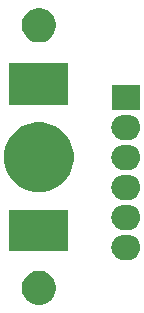
<source format=gbr>
G04 #@! TF.GenerationSoftware,KiCad,Pcbnew,(5.0.0)*
G04 #@! TF.CreationDate,2018-11-06T13:04:42+03:00*
G04 #@! TF.ProjectId,NeoP_6W,4E656F505F36572E6B696361645F7063,rev?*
G04 #@! TF.SameCoordinates,Original*
G04 #@! TF.FileFunction,Soldermask,Bot*
G04 #@! TF.FilePolarity,Negative*
%FSLAX46Y46*%
G04 Gerber Fmt 4.6, Leading zero omitted, Abs format (unit mm)*
G04 Created by KiCad (PCBNEW (5.0.0)) date 11/06/18 13:04:42*
%MOMM*%
%LPD*%
G01*
G04 APERTURE LIST*
%ADD10C,0.100000*%
G04 APERTURE END LIST*
D10*
G36*
X114722947Y-99189722D02*
X114986833Y-99299027D01*
X115224324Y-99457713D01*
X115426287Y-99659676D01*
X115584973Y-99897167D01*
X115694278Y-100161053D01*
X115750000Y-100441186D01*
X115750000Y-100726814D01*
X115694278Y-101006947D01*
X115584973Y-101270833D01*
X115426287Y-101508324D01*
X115224324Y-101710287D01*
X114986833Y-101868973D01*
X114722947Y-101978278D01*
X114442814Y-102034000D01*
X114157186Y-102034000D01*
X113877053Y-101978278D01*
X113613167Y-101868973D01*
X113375676Y-101710287D01*
X113173713Y-101508324D01*
X113015027Y-101270833D01*
X112905722Y-101006947D01*
X112850000Y-100726814D01*
X112850000Y-100441186D01*
X112905722Y-100161053D01*
X113015027Y-99897167D01*
X113173713Y-99659676D01*
X113375676Y-99457713D01*
X113613167Y-99299027D01*
X113877053Y-99189722D01*
X114157186Y-99134000D01*
X114442814Y-99134000D01*
X114722947Y-99189722D01*
X114722947Y-99189722D01*
G37*
G36*
X122026903Y-96106789D02*
X122227391Y-96167607D01*
X122412164Y-96266369D01*
X122574118Y-96399282D01*
X122707031Y-96561236D01*
X122805793Y-96746009D01*
X122866611Y-96946497D01*
X122887146Y-97155000D01*
X122866611Y-97363503D01*
X122805793Y-97563991D01*
X122707031Y-97748764D01*
X122574118Y-97910718D01*
X122412164Y-98043631D01*
X122227391Y-98142393D01*
X122026903Y-98203211D01*
X121870651Y-98218600D01*
X121461349Y-98218600D01*
X121305097Y-98203211D01*
X121104609Y-98142393D01*
X120919836Y-98043631D01*
X120757882Y-97910718D01*
X120624969Y-97748764D01*
X120526207Y-97563991D01*
X120465389Y-97363503D01*
X120444854Y-97155000D01*
X120465389Y-96946497D01*
X120526207Y-96746009D01*
X120624969Y-96561236D01*
X120757882Y-96399282D01*
X120919836Y-96266369D01*
X121104609Y-96167607D01*
X121305097Y-96106789D01*
X121461349Y-96091400D01*
X121870651Y-96091400D01*
X122026903Y-96106789D01*
X122026903Y-96106789D01*
G37*
G36*
X116800000Y-97505000D02*
X111800000Y-97505000D01*
X111800000Y-94005000D01*
X116800000Y-94005000D01*
X116800000Y-97505000D01*
X116800000Y-97505000D01*
G37*
G36*
X122026903Y-93566789D02*
X122227391Y-93627607D01*
X122412164Y-93726369D01*
X122574118Y-93859282D01*
X122707031Y-94021236D01*
X122805793Y-94206009D01*
X122866611Y-94406497D01*
X122887146Y-94615000D01*
X122866611Y-94823503D01*
X122805793Y-95023991D01*
X122707031Y-95208764D01*
X122574118Y-95370718D01*
X122412164Y-95503631D01*
X122227391Y-95602393D01*
X122026903Y-95663211D01*
X121870651Y-95678600D01*
X121461349Y-95678600D01*
X121305097Y-95663211D01*
X121104609Y-95602393D01*
X120919836Y-95503631D01*
X120757882Y-95370718D01*
X120624969Y-95208764D01*
X120526207Y-95023991D01*
X120465389Y-94823503D01*
X120444854Y-94615000D01*
X120465389Y-94406497D01*
X120526207Y-94206009D01*
X120624969Y-94021236D01*
X120757882Y-93859282D01*
X120919836Y-93726369D01*
X121104609Y-93627607D01*
X121305097Y-93566789D01*
X121461349Y-93551400D01*
X121870651Y-93551400D01*
X122026903Y-93566789D01*
X122026903Y-93566789D01*
G37*
G36*
X122026903Y-91026789D02*
X122227391Y-91087607D01*
X122412164Y-91186369D01*
X122574118Y-91319282D01*
X122707031Y-91481236D01*
X122805793Y-91666009D01*
X122866611Y-91866497D01*
X122887146Y-92075000D01*
X122866611Y-92283503D01*
X122805793Y-92483991D01*
X122707031Y-92668764D01*
X122574118Y-92830718D01*
X122412164Y-92963631D01*
X122227391Y-93062393D01*
X122026903Y-93123211D01*
X121870651Y-93138600D01*
X121461349Y-93138600D01*
X121305097Y-93123211D01*
X121104609Y-93062393D01*
X120919836Y-92963631D01*
X120757882Y-92830718D01*
X120624969Y-92668764D01*
X120526207Y-92483991D01*
X120465389Y-92283503D01*
X120444854Y-92075000D01*
X120465389Y-91866497D01*
X120526207Y-91666009D01*
X120624969Y-91481236D01*
X120757882Y-91319282D01*
X120919836Y-91186369D01*
X121104609Y-91087607D01*
X121305097Y-91026789D01*
X121461349Y-91011400D01*
X121870651Y-91011400D01*
X122026903Y-91026789D01*
X122026903Y-91026789D01*
G37*
G36*
X115160483Y-86698366D02*
X115697348Y-86920743D01*
X115697349Y-86920744D01*
X116180516Y-87243585D01*
X116591415Y-87654484D01*
X116655716Y-87750718D01*
X116914257Y-88137652D01*
X117136634Y-88674517D01*
X117250000Y-89244449D01*
X117250000Y-89825551D01*
X117136634Y-90395483D01*
X116914257Y-90932348D01*
X116851153Y-91026790D01*
X116591415Y-91415516D01*
X116180516Y-91826415D01*
X116120527Y-91866498D01*
X115697348Y-92149257D01*
X115160483Y-92371634D01*
X114590551Y-92485000D01*
X114009449Y-92485000D01*
X113439517Y-92371634D01*
X112902652Y-92149257D01*
X112479473Y-91866498D01*
X112419484Y-91826415D01*
X112008585Y-91415516D01*
X111748847Y-91026790D01*
X111685743Y-90932348D01*
X111463366Y-90395483D01*
X111350000Y-89825551D01*
X111350000Y-89244449D01*
X111463366Y-88674517D01*
X111685743Y-88137652D01*
X111944284Y-87750718D01*
X112008585Y-87654484D01*
X112419484Y-87243585D01*
X112902651Y-86920744D01*
X112902652Y-86920743D01*
X113439517Y-86698366D01*
X114009449Y-86585000D01*
X114590551Y-86585000D01*
X115160483Y-86698366D01*
X115160483Y-86698366D01*
G37*
G36*
X122026903Y-88486789D02*
X122227391Y-88547607D01*
X122412164Y-88646369D01*
X122574118Y-88779282D01*
X122707031Y-88941236D01*
X122805793Y-89126009D01*
X122866611Y-89326497D01*
X122887146Y-89535000D01*
X122866611Y-89743503D01*
X122805793Y-89943991D01*
X122707031Y-90128764D01*
X122574118Y-90290718D01*
X122412164Y-90423631D01*
X122227391Y-90522393D01*
X122026903Y-90583211D01*
X121870651Y-90598600D01*
X121461349Y-90598600D01*
X121305097Y-90583211D01*
X121104609Y-90522393D01*
X120919836Y-90423631D01*
X120757882Y-90290718D01*
X120624969Y-90128764D01*
X120526207Y-89943991D01*
X120465389Y-89743503D01*
X120444854Y-89535000D01*
X120465389Y-89326497D01*
X120526207Y-89126009D01*
X120624969Y-88941236D01*
X120757882Y-88779282D01*
X120919836Y-88646369D01*
X121104609Y-88547607D01*
X121305097Y-88486789D01*
X121461349Y-88471400D01*
X121870651Y-88471400D01*
X122026903Y-88486789D01*
X122026903Y-88486789D01*
G37*
G36*
X122026903Y-85946789D02*
X122227391Y-86007607D01*
X122412164Y-86106369D01*
X122574118Y-86239282D01*
X122707031Y-86401236D01*
X122805793Y-86586009D01*
X122866611Y-86786497D01*
X122887146Y-86995000D01*
X122866611Y-87203503D01*
X122805793Y-87403991D01*
X122707031Y-87588764D01*
X122574118Y-87750718D01*
X122412164Y-87883631D01*
X122227391Y-87982393D01*
X122026903Y-88043211D01*
X121870651Y-88058600D01*
X121461349Y-88058600D01*
X121305097Y-88043211D01*
X121104609Y-87982393D01*
X120919836Y-87883631D01*
X120757882Y-87750718D01*
X120624969Y-87588764D01*
X120526207Y-87403991D01*
X120465389Y-87203503D01*
X120444854Y-86995000D01*
X120465389Y-86786497D01*
X120526207Y-86586009D01*
X120624969Y-86401236D01*
X120757882Y-86239282D01*
X120919836Y-86106369D01*
X121104609Y-86007607D01*
X121305097Y-85946789D01*
X121461349Y-85931400D01*
X121870651Y-85931400D01*
X122026903Y-85946789D01*
X122026903Y-85946789D01*
G37*
G36*
X122882000Y-85518600D02*
X120450000Y-85518600D01*
X120450000Y-83391400D01*
X122882000Y-83391400D01*
X122882000Y-85518600D01*
X122882000Y-85518600D01*
G37*
G36*
X116800000Y-85065000D02*
X111800000Y-85065000D01*
X111800000Y-81565000D01*
X116800000Y-81565000D01*
X116800000Y-85065000D01*
X116800000Y-85065000D01*
G37*
G36*
X114722947Y-76964722D02*
X114986833Y-77074027D01*
X115224324Y-77232713D01*
X115426287Y-77434676D01*
X115584973Y-77672167D01*
X115694278Y-77936053D01*
X115750000Y-78216186D01*
X115750000Y-78501814D01*
X115694278Y-78781947D01*
X115584973Y-79045833D01*
X115426287Y-79283324D01*
X115224324Y-79485287D01*
X114986833Y-79643973D01*
X114722947Y-79753278D01*
X114442814Y-79809000D01*
X114157186Y-79809000D01*
X113877053Y-79753278D01*
X113613167Y-79643973D01*
X113375676Y-79485287D01*
X113173713Y-79283324D01*
X113015027Y-79045833D01*
X112905722Y-78781947D01*
X112850000Y-78501814D01*
X112850000Y-78216186D01*
X112905722Y-77936053D01*
X113015027Y-77672167D01*
X113173713Y-77434676D01*
X113375676Y-77232713D01*
X113613167Y-77074027D01*
X113877053Y-76964722D01*
X114157186Y-76909000D01*
X114442814Y-76909000D01*
X114722947Y-76964722D01*
X114722947Y-76964722D01*
G37*
M02*

</source>
